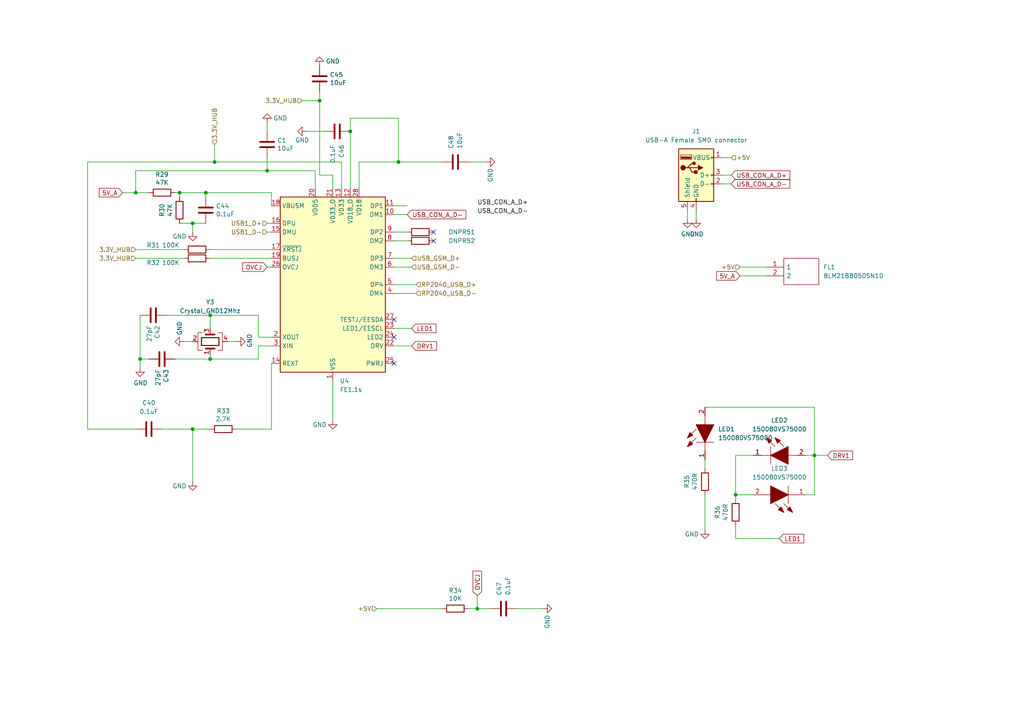
<source format=kicad_sch>
(kicad_sch (version 20231120) (generator "eeschema") (generator_version "8.0")
  (paper "A4")
  (title_block (company "SmartEQ Information Technologies"))
  (lib_symbols
    (symbol "150080VS75000:150080VS75000" (pin_names (offset 0.762))
      (property "Reference" "LED" (at 12.7 8.89 0))
      (property "Value" "150080VS75000" (at 12.7 6.35 0))
      (symbol "150080VS75000_0_0"
        (pin passive line (at 0 0 0) (length 2.54) (name "~") (number "1"))
        (pin passive line (at 15.24 0 180) (length 2.54) (name "~") (number "2"))
      )
      (symbol "150080VS75000_0_1"
        (polyline (pts (xy 2.54 0) (xy 5.08 0)) (stroke (width 0.1524)))
        (polyline (pts (xy 5.08 2.54) (xy 5.08 -2.54)) (stroke (width 0.1524)))
        (polyline (pts (xy 6.35 2.54) (xy 3.81 5.08)) (stroke (width 0.1524)))
        (polyline (pts (xy 8.89 2.54) (xy 6.35 5.08)) (stroke (width 0.1524)))
        (polyline (pts (xy 10.16 0) (xy 12.7 0)) (stroke (width 0.1524)))
        (polyline (pts (xy 5.08 0) (xy 10.16 2.54) (xy 10.16 -2.54) (xy 5.08 0)) (stroke (width 0.254)) (fill (type outline)))
        (polyline (pts (xy 5.334 4.318) (xy 4.572 3.556) (xy 3.81 5.08) (xy 5.334 4.318)) (stroke (width 0.254)) (fill (type outline)))
        (polyline (pts (xy 7.874 4.318) (xy 7.112 3.556) (xy 6.35 5.08) (xy 7.874 4.318)) (stroke (width 0.254)) (fill (type outline)))
      )
    )
    (symbol "BLM21BB050SN1D:BLM21BB050SN1D" (pin_names (offset 0.762))
      (property "Reference" "FL" (at 16.51 7.62 0))
      (property "Value" "BLM21BB050SN1D" (at 16.51 5.08 0))
      (symbol "BLM21BB050SN1D_0_0"
        (pin passive line (at 0 0 0) (length 5.08) (name "1") (number "1"))
        (pin passive line (at 0 -2.54 0) (length 5.08) (name "2") (number "2"))
      )
      (symbol "BLM21BB050SN1D_0_1"
        (polyline (pts (xy 5.08 2.54) (xy 15.24 2.54) (xy 15.24 -5.08) (xy 5.08 -5.08) (xy 5.08 2.54)) (stroke (width 0.1524)))
      )
    )
    (symbol "Connector:USB_A" (pin_names (offset 1.016))
      (property "Reference" "J" (at -5.08 11.43 0))
      (property "Value" "USB_A" (at -5.08 8.89 0))
      (symbol "USB_A_0_1"
        (rectangle (start -5.08 -7.62) (end 5.08 7.62) (stroke (width 0.254)) (fill (type background)))
        (circle (center -3.81 2.159) (radius 0.635) (stroke (width 0.254)) (fill (type outline)))
        (rectangle (start -1.524 4.826) (end -4.318 5.334) (fill (type outline)))
        (rectangle (start -1.27 4.572) (end -4.572 5.842))
        (circle (center -0.635 3.429) (radius 0.381) (stroke (width 0.254)) (fill (type outline)))
        (rectangle (start -0.127 -7.62) (end 0.127 -6.858))
        (polyline (pts (xy -3.175 2.159) (xy -2.54 2.159) (xy -1.27 3.429) (xy -0.635 3.429)) (stroke (width 0.254)))
        (polyline (pts (xy -2.54 2.159) (xy -1.905 2.159) (xy -1.27 0.889) (xy 0 0.889)) (stroke (width 0.254)))
        (polyline (pts (xy 0.635 2.794) (xy 0.635 1.524) (xy 1.905 2.159) (xy 0.635 2.794)) (stroke (width 0.254)) (fill (type outline)))
        (rectangle (start 0.254 1.27) (end -0.508 0.508) (stroke (width 0.254)) (fill (type outline)))
        (rectangle (start 5.08 -2.667) (end 4.318 -2.413))
        (rectangle (start 5.08 -0.127) (end 4.318 0.127))
        (rectangle (start 5.08 4.953) (end 4.318 5.207))
      )
      (symbol "USB_A_1_1"
        (polyline (pts (xy -1.905 2.159) (xy 0.635 2.159)) (stroke (width 0.254)))
        (pin power_in line (at 7.62 5.08 180) (length 2.54) (name "VBUS") (number "1"))
        (pin bidirectional line (at 7.62 -2.54 180) (length 2.54) (name "D-") (number "2"))
        (pin bidirectional line (at 7.62 0 180) (length 2.54) (name "D+") (number "3"))
        (pin power_in line (at 0 -10.16 90) (length 2.54) (name "GND") (number "4"))
        (pin passive line (at -2.54 -10.16 90) (length 2.54) (name "Shield") (number "5"))
      )
    )
    (symbol "Device:C" (pin_numbers hide) (pin_names (offset 0.254))
      (property "Reference" "C" (at 0.635 2.54 0))
      (property "Value" "C" (at 0.635 -2.54 0))
      (symbol "C_0_1"
        (polyline (pts (xy -2.032 -0.762) (xy 2.032 -0.762)) (stroke (width 0.508)))
        (polyline (pts (xy -2.032 0.762) (xy 2.032 0.762)) (stroke (width 0.508)))
      )
      (symbol "C_1_1"
        (pin passive line (at 0 3.81 270) (length 2.794) (name "~") (number "1"))
        (pin passive line (at 0 -3.81 90) (length 2.794) (name "~") (number "2"))
      )
    )
    (symbol "Device:Crystal_GND24" (pin_names (offset 1.016) hide)
      (property "Reference" "Y" (at 3.175 5.08 0))
      (property "Value" "Crystal_GND24" (at 3.175 3.175 0))
      (symbol "Crystal_GND24_0_1"
        (rectangle (start -1.143 2.54) (end 1.143 -2.54) (stroke (width 0.3048)))
        (polyline (pts (xy -2.54 0) (xy -2.032 0)))
        (polyline (pts (xy -2.032 -1.27) (xy -2.032 1.27)) (stroke (width 0.508)))
        (polyline (pts (xy 0 -3.81) (xy 0 -3.556)))
        (polyline (pts (xy 0 3.556) (xy 0 3.81)))
        (polyline (pts (xy 2.032 -1.27) (xy 2.032 1.27)) (stroke (width 0.508)))
        (polyline (pts (xy 2.032 0) (xy 2.54 0)))
        (polyline (pts (xy -2.54 -2.286) (xy -2.54 -3.556) (xy 2.54 -3.556) (xy 2.54 -2.286)))
        (polyline (pts (xy -2.54 2.286) (xy -2.54 3.556) (xy 2.54 3.556) (xy 2.54 2.286)))
      )
      (symbol "Crystal_GND24_1_1"
        (pin passive line (at -3.81 0 0) (length 1.27) (name "1") (number "1"))
        (pin passive line (at 0 5.08 270) (length 1.27) (name "2") (number "2"))
        (pin passive line (at 3.81 0 180) (length 1.27) (name "3") (number "3"))
        (pin passive line (at 0 -5.08 90) (length 1.27) (name "4") (number "4"))
      )
    )
    (symbol "Device:R" (pin_numbers hide) (pin_names (offset 0))
      (property "Reference" "R" (at 2.032 0 90))
      (property "Value" "R" (at 0 0 90))
      (symbol "R_0_1"
        (rectangle (start -1.016 -2.54) (end 1.016 2.54) (stroke (width 0.254)))
      )
      (symbol "R_1_1"
        (pin passive line (at 0 3.81 270) (length 1.27) (name "~") (number "1"))
        (pin passive line (at 0 -3.81 90) (length 1.27) (name "~") (number "2"))
      )
    )
    (symbol "Interface_USB:FE1.1s"
      (property "Reference" "U" (at -11.43 26.67 0))
      (property "Value" "FE1.1s" (at 12.7 27.94 0))
      (symbol "FE1.1s_0_1"
        (rectangle (start -15.24 25.4) (end 15.24 -25.4) (stroke (width 0.254)) (fill (type background)))
      )
      (symbol "FE1.1s_1_1"
        (pin power_in line (at 0 -27.94 90) (length 2.54) (name "VSS") (number "1"))
        (pin bidirectional line (at 17.78 20.32 180) (length 2.54) (name "DM1") (number "10"))
        (pin bidirectional line (at 17.78 22.86 180) (length 2.54) (name "DP1") (number "11"))
        (pin power_out line (at 5.08 27.94 270) (length 2.54) (name "VD18_O") (number "12"))
        (pin power_in line (at 2.54 27.94 270) (length 2.54) (name "VD33") (number "13"))
        (pin passive line (at -17.78 -22.86 0) (length 2.54) (name "REXT") (number "14"))
        (pin bidirectional line (at -17.78 15.24 0) (length 2.54) (name "DMU") (number "15"))
        (pin bidirectional line (at -17.78 17.78 0) (length 2.54) (name "DPU") (number "16"))
        (pin input line (at -17.78 10.16 0) (length 2.54) (name "~{XRSTJ}") (number "17"))
        (pin input line (at -17.78 22.86 0) (length 2.54) (name "VBUSM") (number "18"))
        (pin input line (at -17.78 7.62 0) (length 2.54) (name "BUSJ") (number "19"))
        (pin output line (at -17.78 -15.24 0) (length 2.54) (name "XOUT") (number "2"))
        (pin power_in line (at -5.08 27.94 270) (length 2.54) (name "VDD5") (number "20"))
        (pin power_out line (at 0 27.94 270) (length 2.54) (name "VD33_O") (number "21"))
        (pin bidirectional line (at 17.78 -17.78 180) (length 2.54) (name "DRV") (number "22"))
        (pin bidirectional line (at 17.78 -12.7 180) (length 2.54) (name "LED1/EESCL") (number "23"))
        (pin bidirectional line (at 17.78 -15.24 180) (length 2.54) (name "LED2") (number "24"))
        (pin output line (at 17.78 -22.86 180) (length 2.54) (name "PWRJ") (number "25"))
        (pin input line (at -17.78 5.08 0) (length 2.54) (name "OVCJ") (number "26"))
        (pin bidirectional line (at 17.78 -10.16 180) (length 2.54) (name "TESTJ/EESDA") (number "27"))
        (pin power_in line (at 7.62 27.94 270) (length 2.54) (name "VD18") (number "28"))
        (pin input line (at -17.78 -17.78 0) (length 2.54) (name "XIN") (number "3"))
        (pin bidirectional line (at 17.78 -2.54 180) (length 2.54) (name "DM4") (number "4"))
        (pin bidirectional line (at 17.78 0 180) (length 2.54) (name "DP4") (number "5"))
        (pin bidirectional line (at 17.78 5.08 180) (length 2.54) (name "DM3") (number "6"))
        (pin bidirectional line (at 17.78 7.62 180) (length 2.54) (name "DP3") (number "7"))
        (pin bidirectional line (at 17.78 12.7 180) (length 2.54) (name "DM2") (number "8"))
        (pin bidirectional line (at 17.78 15.24 180) (length 2.54) (name "DP2") (number "9"))
      )
    )
    (symbol "power:GND" (power) (pin_names (offset 0))
      (property "Value" "GND" (at 0 -3.81 0))
      (symbol "GND_0_1"
        (polyline (pts (xy 0 0) (xy 0 -1.27) (xy 1.27 -1.27) (xy 0 -2.54) (xy -1.27 -1.27) (xy 0 -1.27)))
      )
      (symbol "GND_1_1"
        (pin power_in line (at 0 0 270) (length 0) hide (name "GND") (number "1"))
      )
    )
  )
  (junction (at 213.36 143.51))
  (junction (at 55.88 64.77))
  (junction (at 236.22 132.08))
  (junction (at 40.64 104.14))
  (junction (at 115.57 46.99))
  (junction (at 55.88 124.46))
  (junction (at 77.47 49.53))
  (junction (at 138.43 176.53))
  (junction (at 60.96 104.14))
  (junction (at 101.6 38.1))
  (junction (at 52.07 55.88))
  (junction (at 60.96 91.44))
  (junction (at 62.23 46.99))
  (junction (at 39.37 55.88))
  (junction (at 59.69 55.88))
  (junction (at 92.71 29.21))
  (no_connect (at 125.73 69.85))
  (no_connect (at 125.73 67.31))
  (no_connect (at 114.3 97.79))
  (no_connect (at 114.3 105.41))
  (no_connect (at 114.3 92.71))
  (wire (pts (xy 60.96 91.44) (xy 60.96 95.25)))
  (wire (pts (xy 39.37 74.93) (xy 53.34 74.93)))
  (wire (pts (xy 78.74 100.33) (xy 74.93 100.33)))
  (wire (pts (xy 101.6 34.29) (xy 101.6 38.1)))
  (wire (pts (xy 115.57 46.99) (xy 128.27 46.99)))
  (wire (pts (xy 115.57 46.99) (xy 104.14 46.99)))
  (wire (pts (xy 78.74 55.88) (xy 78.74 59.69)))
  (wire (pts (xy 77.47 49.53) (xy 39.37 49.53)))
  (wire (pts (xy 114.3 85.09) (xy 120.65 85.09)))
  (wire (pts (xy 74.93 100.33) (xy 74.93 104.14)))
  (wire (pts (xy 60.96 72.39) (xy 78.74 72.39)))
  (wire (pts (xy 39.37 124.46) (xy 25.4 124.46)))
  (wire (pts (xy 77.47 45.72) (xy 77.47 49.53)))
  (wire (pts (xy 39.37 55.88) (xy 43.18 55.88)))
  (wire (pts (xy 204.47 133.35) (xy 204.47 135.89)))
  (wire (pts (xy 109.22 176.53) (xy 128.27 176.53)))
  (wire (pts (xy 78.74 97.79) (xy 74.93 97.79)))
  (wire (pts (xy 213.36 132.08) (xy 213.36 143.51)))
  (wire (pts (xy 40.64 91.44) (xy 40.64 104.14)))
  (wire (pts (xy 118.11 67.31) (xy 114.3 67.31)))
  (wire (pts (xy 55.88 64.77) (xy 59.69 64.77)))
  (wire (pts (xy 213.36 143.51) (xy 218.44 143.51)))
  (wire (pts (xy 214.63 77.47) (xy 222.25 77.47)))
  (wire (pts (xy 77.47 64.77) (xy 78.74 64.77)))
  (wire (pts (xy 96.52 50.8) (xy 92.71 50.8)))
  (wire (pts (xy 96.52 54.61) (xy 96.52 50.8)))
  (wire (pts (xy 35.56 55.88) (xy 39.37 55.88)))
  (wire (pts (xy 59.69 55.88) (xy 59.69 57.15)))
  (wire (pts (xy 119.38 95.25) (xy 114.3 95.25)))
  (wire (pts (xy 213.36 143.51) (xy 213.36 144.78)))
  (wire (pts (xy 43.18 104.14) (xy 40.64 104.14)))
  (wire (pts (xy 62.23 46.99) (xy 99.06 46.99)))
  (wire (pts (xy 213.36 132.08) (xy 218.44 132.08)))
  (wire (pts (xy 118.11 69.85) (xy 114.3 69.85)))
  (wire (pts (xy 50.8 104.14) (xy 60.96 104.14)))
  (wire (pts (xy 96.52 110.49) (xy 96.52 121.92)))
  (wire (pts (xy 214.63 80.01) (xy 222.25 80.01)))
  (wire (pts (xy 101.6 34.29) (xy 115.57 34.29)))
  (wire (pts (xy 119.38 100.33) (xy 114.3 100.33)))
  (wire (pts (xy 236.22 118.11) (xy 236.22 132.08)))
  (wire (pts (xy 39.37 49.53) (xy 39.37 55.88)))
  (wire (pts (xy 60.96 124.46) (xy 55.88 124.46)))
  (wire (pts (xy 87.63 29.21) (xy 92.71 29.21)))
  (wire (pts (xy 119.38 77.47) (xy 114.3 77.47)))
  (wire (pts (xy 74.93 91.44) (xy 60.96 91.44)))
  (wire (pts (xy 78.74 124.46) (xy 68.58 124.46)))
  (wire (pts (xy 201.93 63.5) (xy 201.93 60.96)))
  (wire (pts (xy 236.22 132.08) (xy 240.03 132.08)))
  (wire (pts (xy 204.47 153.67) (xy 204.47 143.51)))
  (wire (pts (xy 104.14 46.99) (xy 104.14 54.61)))
  (wire (pts (xy 62.23 41.91) (xy 62.23 46.99)))
  (wire (pts (xy 52.07 64.77) (xy 55.88 64.77)))
  (wire (pts (xy 39.37 72.39) (xy 53.34 72.39)))
  (wire (pts (xy 91.44 49.53) (xy 77.47 49.53)))
  (wire (pts (xy 77.47 35.56) (xy 77.47 38.1)))
  (wire (pts (xy 236.22 143.51) (xy 233.68 143.51)))
  (wire (pts (xy 88.9 38.1) (xy 93.98 38.1)))
  (wire (pts (xy 74.93 104.14) (xy 60.96 104.14)))
  (wire (pts (xy 212.09 53.34) (xy 209.55 53.34)))
  (wire (pts (xy 204.47 118.11) (xy 236.22 118.11)))
  (wire (pts (xy 25.4 46.99) (xy 62.23 46.99)))
  (wire (pts (xy 115.57 34.29) (xy 115.57 46.99)))
  (wire (pts (xy 236.22 132.08) (xy 236.22 143.51)))
  (wire (pts (xy 118.11 59.69) (xy 114.3 59.69)))
  (wire (pts (xy 59.69 55.88) (xy 78.74 55.88)))
  (wire (pts (xy 101.6 38.1) (xy 101.6 54.61)))
  (wire (pts (xy 52.07 55.88) (xy 52.07 57.15)))
  (wire (pts (xy 157.48 176.53) (xy 149.86 176.53)))
  (wire (pts (xy 40.64 104.14) (xy 40.64 106.68)))
  (wire (pts (xy 60.96 74.93) (xy 78.74 74.93)))
  (wire (pts (xy 99.06 46.99) (xy 99.06 54.61)))
  (wire (pts (xy 233.68 132.08) (xy 236.22 132.08)))
  (wire (pts (xy 55.88 124.46) (xy 46.99 124.46)))
  (wire (pts (xy 52.07 55.88) (xy 59.69 55.88)))
  (wire (pts (xy 119.38 74.93) (xy 114.3 74.93)))
  (wire (pts (xy 226.06 156.21) (xy 213.36 156.21)))
  (wire (pts (xy 140.97 46.99) (xy 135.89 46.99)))
  (wire (pts (xy 118.11 62.23) (xy 114.3 62.23)))
  (wire (pts (xy 114.3 82.55) (xy 120.65 82.55)))
  (wire (pts (xy 55.88 139.7) (xy 55.88 124.46)))
  (wire (pts (xy 60.96 104.14) (xy 60.96 102.87)))
  (wire (pts (xy 92.71 29.21) (xy 92.71 26.67)))
  (wire (pts (xy 68.58 99.06) (xy 66.04 99.06)))
  (wire (pts (xy 138.43 176.53) (xy 142.24 176.53)))
  (wire (pts (xy 55.88 64.77) (xy 55.88 67.31)))
  (wire (pts (xy 48.26 91.44) (xy 60.96 91.44)))
  (wire (pts (xy 78.74 105.41) (xy 78.74 124.46)))
  (wire (pts (xy 50.8 55.88) (xy 52.07 55.88)))
  (wire (pts (xy 53.34 99.06) (xy 55.88 99.06)))
  (wire (pts (xy 77.47 77.47) (xy 78.74 77.47)))
  (wire (pts (xy 91.44 54.61) (xy 91.44 49.53)))
  (wire (pts (xy 212.09 45.72) (xy 209.55 45.72)))
  (wire (pts (xy 77.47 67.31) (xy 78.74 67.31)))
  (wire (pts (xy 213.36 156.21) (xy 213.36 152.4)))
  (wire (pts (xy 199.39 63.5) (xy 199.39 60.96)))
  (wire (pts (xy 135.89 176.53) (xy 138.43 176.53)))
  (wire (pts (xy 92.71 29.21) (xy 92.71 50.8)))
  (wire (pts (xy 74.93 97.79) (xy 74.93 91.44)))
  (wire (pts (xy 138.43 172.72) (xy 138.43 176.53)))
  (wire (pts (xy 212.09 50.8) (xy 209.55 50.8)))
  (wire (pts (xy 25.4 124.46) (xy 25.4 46.99)))
  (label "USB_CON_A_D-" (at 138.43 62.23 0))
  (label "USB_CON_A_D+" (at 138.43 59.69 0))
  (global_label "OVCJ" (shape input) (at 77.47 77.47 180) (property "Intersheetrefs" "${INTERSHEET_REFS}" (effects (hide yes))))
  (global_label "LED1" (shape input) (at 226.06 156.21 0) (property "Intersheetrefs" "${INTERSHEET_REFS}" (effects (hide yes))))
  (global_label "USB_CON_A_D-" (shape input) (at 212.09 53.34 0) (property "Intersheetrefs" "${INTERSHEET_REFS}" (effects (hide yes))))
  (global_label "5V_A" (shape input) (at 214.63 80.01 180) (property "Intersheetrefs" "${INTERSHEET_REFS}" (effects (hide yes))))
  (global_label "LED1" (shape input) (at 119.38 95.25 0) (property "Intersheetrefs" "${INTERSHEET_REFS}" (effects (hide yes))))
  (global_label "5V_A" (shape input) (at 35.56 55.88 180) (property "Intersheetrefs" "${INTERSHEET_REFS}" (effects (hide yes))))
  (global_label "DRV1" (shape input) (at 240.03 132.08 0) (property "Intersheetrefs" "${INTERSHEET_REFS}" (effects (hide yes))))
  (global_label "USB_CON_A_D-" (shape input) (at 118.11 62.23 0) (property "Intersheetrefs" "${INTERSHEET_REFS}" (effects (hide yes))))
  (global_label "OVCJ" (shape input) (at 138.43 172.72 90) (property "Intersheetrefs" "${INTERSHEET_REFS}" (effects (hide yes))))
  (global_label "USB_CON_A_D+" (shape input) (at 212.09 50.8 0) (property "Intersheetrefs" "${INTERSHEET_REFS}" (effects (hide yes))))
  (global_label "DRV1" (shape input) (at 119.38 100.33 0) (property "Intersheetrefs" "${INTERSHEET_REFS}" (effects (hide yes))))
  (hierarchical_label "3.3V_HUB" (shape input) (at 62.23 41.91 90))
  (hierarchical_label "3.3V_HUB" (shape input) (at 87.63 29.21 180))
  (hierarchical_label "USB1_D+" (shape input) (at 77.47 64.77 180))
  (hierarchical_label "USB1_D-" (shape input) (at 77.47 67.31 180))
  (hierarchical_label "USB_GSM_D+" (shape input) (at 119.38 74.93 0))
  (hierarchical_label "+5V" (shape input) (at 109.22 176.53 180))
  (hierarchical_label "3.3V_HUB" (shape input) (at 39.37 74.93 180))
  (hierarchical_label "USB_GSM_D-" (shape input) (at 119.38 77.47 0))
  (hierarchical_label "+5V" (shape input) (at 214.63 77.47 180))
  (hierarchical_label "3.3V_HUB" (shape input) (at 39.37 72.39 180))
  (hierarchical_label "+5V" (shape input) (at 212.09 45.72 0))
  (hierarchical_label "RP2040_USB_D+" (shape input) (at 120.65 82.55 0))
  (hierarchical_label "RP2040_USB_D-" (shape input) (at 120.65 85.09 0))
  (symbol (lib_id "Device:R") (at 213.36 148.59 0) (unit 1)
    (property "Reference" "R36" (at 208.1022 148.59 90))
    (property "Value" "470R" (at 210.4136 148.59 90))
    (property "Footprint" "Resistor_SMD:R_0603_1608Metric" (effects (hide yes)))
  )
  (symbol (lib_id "Device:R") (at 57.15 72.39 270) (unit 1)
    (property "Reference" "R31" (at 44.45 71.12 90))
    (property "Value" "100K" (at 49.53 71.12 90))
    (property "Footprint" "Resistor_SMD:R_0603_1608Metric" (effects (hide yes)))
  )
  (symbol (lib_id "Device:R") (at 132.08 176.53 270) (unit 1)
    (property "Reference" "R34" (at 132.08 171.2722 90))
    (property "Value" "10K" (at 132.08 173.5836 90))
    (property "Footprint" "Resistor_SMD:R_0603_1608Metric" (effects (hide yes)))
  )
  (symbol (lib_id "power:GND") (at 53.34 99.06 270) (unit 1)
    (property "Reference" "#PWR0158" (effects (hide yes)))
    (property "Value" "GND" (at 52.07 95.25 0))
  )
  (symbol (lib_id "Device:Crystal_GND24") (at 60.96 99.06 90) (unit 1)
    (property "Reference" "Y3" (at 60.96 87.63 90))
    (property "Value" "Crystal_GND12Mhz" (at 60.96 90.17 90))
    (property "Footprint" "Crystal:Crystal_SMD_3225-4Pin_3.2x2.5mm" (effects (hide yes)))
  )
  (symbol (lib_id "Device:R") (at 121.92 69.85 270) (unit 1)
    (property "Reference" "R52" (at 135.89 69.85 90))
    (property "Value" "DNP" (at 132.08 69.85 90))
    (property "Footprint" "Resistor_SMD:R_0603_1608Metric" (effects (hide yes)))
  )
  (symbol (lib_id "Device:C") (at 132.08 46.99 90) (unit 1)
    (property "Reference" "C48" (at 130.8099 43.18 0) (effects (justify left)))
    (property "Value" "10uF" (at 133.3499 43.18 0) (effects (justify left)))
    (property "Footprint" "Capacitor_SMD:C_0603_1608Metric" (effects (hide yes)))
  )
  (symbol (lib_id "power:GND") (at 77.47 35.56 180) (unit 1)
    (property "Reference" "#PWR0107" (effects (hide yes)))
    (property "Value" "GND" (at 81.28 34.29 0))
  )
  (symbol (lib_id "Device:C") (at 46.99 104.14 270) (unit 1)
    (property "Reference" "C43" (at 48.1584 107.061 0) (effects (justify left)))
    (property "Value" "27pF" (at 45.847 107.061 0) (effects (justify left)))
    (property "Footprint" "Capacitor_SMD:C_0402_1005Metric" (effects (hide yes)))
  )
  (symbol (lib_id "Device:C") (at 92.71 22.86 0) (unit 1)
    (property "Reference" "C45" (at 95.631 21.6916 0) (effects (justify left)))
    (property "Value" "10uF" (at 95.631 24.003 0) (effects (justify left)))
    (property "Footprint" "Capacitor_SMD:C_0402_1005Metric" (effects (hide yes)))
  )
  (symbol (lib_id "Device:C") (at 97.79 38.1 270) (unit 1)
    (property "Reference" "C46" (at 99.0601 41.91 0) (effects (justify left)))
    (property "Value" "0.1uF" (at 96.5201 41.91 0) (effects (justify left)))
    (property "Footprint" "Capacitor_SMD:C_0603_1608Metric" (effects (hide yes)))
  )
  (symbol (lib_id "Device:C") (at 59.69 60.96 0) (unit 1)
    (property "Reference" "C44" (at 62.611 59.7916 0) (effects (justify left)))
    (property "Value" "0.1uF" (at 62.611 62.103 0) (effects (justify left)))
    (property "Footprint" "Capacitor_SMD:C_0402_1005Metric" (effects (hide yes)))
  )
  (symbol (lib_id "power:GND") (at 201.93 63.5 0) (unit 1)
    (property "Reference" "#PWR0101" (effects (hide yes)))
    (property "Value" "GND" (at 202.057 67.8942 0))
  )
  (symbol (lib_id "Device:C") (at 43.18 124.46 90) (unit 1)
    (property "Reference" "C40" (at 43.18 116.84 90))
    (property "Value" "0.1uF" (at 43.18 119.38 90))
    (property "Footprint" "Capacitor_SMD:C_0603_1608Metric" (effects (hide yes)))
  )
  (symbol (lib_id "Device:R") (at 64.77 124.46 270) (unit 1)
    (property "Reference" "R33" (at 64.77 119.2022 90))
    (property "Value" "2.7K" (at 64.77 121.5136 90))
    (property "Footprint" "Resistor_SMD:R_0603_1608Metric" (effects (hide yes)))
  )
  (symbol (lib_id "Device:C") (at 77.47 41.91 0) (unit 1)
    (property "Reference" "C1" (at 80.391 40.7416 0) (effects (justify left)))
    (property "Value" "10uF" (at 80.391 43.053 0) (effects (justify left)))
    (property "Footprint" "Capacitor_SMD:C_0402_1005Metric" (effects (hide yes)))
  )
  (symbol (lib_id "power:GND") (at 199.39 63.5 0) (unit 1)
    (property "Reference" "#PWR0102" (effects (hide yes)))
    (property "Value" "GND" (at 199.517 67.8942 0))
  )
  (symbol (lib_id "power:GND") (at 140.97 46.99 90) (unit 1)
    (property "Reference" "#PWR0147" (effects (hide yes)))
    (property "Value" "GND" (at 142.24 50.8 0))
  )
  (symbol (lib_id "150080VS75000:150080VS75000") (at 204.47 133.35 90) (unit 1)
    (property "Reference" "LED1" (at 208.28 124.4599 90) (effects (justify right)))
    (property "Value" "150080VS75000" (at 208.28 126.9999 90) (effects (justify right)))
    (property "Footprint" "150080VS75000:LEDC2012X80N" (effects (hide yes)))
    (property "Datasheet" "http://katalog.we-online.com/led/datasheet/150080VS75000.pdf" (effects (hide yes)))
    (property "Description" "Wurth Elektronik WL-SMCW 570 nm Green LED, 2012 (0805) Clear SMD package" (effects (hide yes)))
    (property "Height" "0.8" (effects (hide yes)))
    (property "Manufacturer_Name" "Wurth Elektronik" (effects (hide yes)))
    (property "Manufacturer_Part_Number" "150080VS75000" (effects (hide yes)))
    (property "Mouser Part Number" "710-150080VS75000" (effects (hide yes)))
    (property "Mouser Price/Stock" "https://www.mouser.co.uk/ProductDetail/Wurth-Elektronik/150080VS75000?qs=LlUlMxKIyB0tGHJmO6%252B0ug%3D%3D" (effects (hide yes)))
  )
  (symbol (lib_id "power:GND") (at 157.48 176.53 90) (unit 1)
    (property "Reference" "#PWR0144" (effects (hide yes)))
    (property "Value" "GND" (at 158.75 180.34 0))
  )
  (symbol (lib_id "Device:R") (at 52.07 60.96 0) (unit 1)
    (property "Reference" "R30" (at 46.99 60.96 90))
    (property "Value" "47K" (at 49.3014 60.96 90))
    (property "Footprint" "Resistor_SMD:R_0603_1608Metric" (effects (hide yes)))
  )
  (symbol (lib_id "Connector:USB_A") (at 201.93 50.8 0) (unit 1)
    (property "Reference" "J1" (at 201.93 38.1 0))
    (property "Value" "USB-A Female SMD connector" (at 201.93 40.64 0))
    (property "Footprint" "Connector_USB:USB_A_CNCTech_1001-011-01101_Horizontal" (effects (hide yes)))
    (property "Datasheet" " ~" (effects (hide yes)))
  )
  (symbol (lib_id "Device:R") (at 46.99 55.88 270) (unit 1)
    (property "Reference" "R29" (at 46.99 50.6222 90))
    (property "Value" "47K" (at 46.99 52.9336 90))
    (property "Footprint" "Resistor_SMD:R_0603_1608Metric" (effects (hide yes)))
  )
  (symbol (lib_id "Device:C") (at 44.45 91.44 270) (unit 1)
    (property "Reference" "C42" (at 45.6184 94.361 0) (effects (justify left)))
    (property "Value" "27pF" (at 43.307 94.361 0) (effects (justify left)))
    (property "Footprint" "Capacitor_SMD:C_0402_1005Metric" (effects (hide yes)))
  )
  (symbol (lib_id "150080VS75000:150080VS75000") (at 233.68 143.51 180) (unit 1)
    (property "Reference" "LED3" (at 226.06 135.89 0))
    (property "Value" "150080VS75000" (at 226.06 138.43 0))
    (property "Footprint" "150080VS75000:LEDC2012X80N" (effects (hide yes)))
    (property "Datasheet" "http://katalog.we-online.com/led/datasheet/150080VS75000.pdf" (effects (hide yes)))
    (property "Description" "Wurth Elektronik WL-SMCW 570 nm Green LED, 2012 (0805) Clear SMD package" (effects (hide yes)))
    (property "Height" "0.8" (effects (hide yes)))
    (property "Manufacturer_Name" "Wurth Elektronik" (effects (hide yes)))
    (property "Manufacturer_Part_Number" "150080VS75000" (effects (hide yes)))
    (property "Mouser Part Number" "710-150080VS75000" (effects (hide yes)))
    (property "Mouser Price/Stock" "https://www.mouser.co.uk/ProductDetail/Wurth-Elektronik/150080VS75000?qs=LlUlMxKIyB0tGHJmO6%252B0ug%3D%3D" (effects (hide yes)))
  )
  (symbol (lib_id "Interface_USB:FE1.1s") (at 96.52 82.55 0) (unit 1)
    (property "Reference" "U4" (at 98.5394 110.49 0) (effects (justify left)))
    (property "Value" "FE1.1s" (at 98.5394 113.03 0) (effects (justify left)))
    (property "Footprint" "Package_SO:SSOP-28_3.9x9.9mm_P0.635mm" (effects (hide yes)))
    (property "Datasheet" "https://cdn-shop.adafruit.com/product-files/2991/FE1.1s+Data+Sheet+(Rev.+1.0).pdf" (effects (hide yes)))
  )
  (symbol (lib_id "power:GND") (at 96.52 121.92 0) (unit 1)
    (property "Reference" "#PWR0118" (effects (hide yes)))
    (property "Value" "GND" (at 92.71 123.19 0))
  )
  (symbol (lib_id "power:GND") (at 204.47 153.67 0) (unit 1)
    (property "Reference" "#PWR0146" (effects (hide yes)))
    (property "Value" "GND" (at 200.66 154.94 0))
  )
  (symbol (lib_id "Device:R") (at 57.15 74.93 270) (unit 1)
    (property "Reference" "R32" (at 44.45 76.2 90))
    (property "Value" "100K" (at 49.53 76.2 90))
    (property "Footprint" "Resistor_SMD:R_0603_1608Metric" (effects (hide yes)))
  )
  (symbol (lib_id "BLM21BB050SN1D:BLM21BB050SN1D") (at 222.25 77.47 0) (unit 1)
    (property "Reference" "FL1" (at 238.76 77.4699 0) (effects (justify left)))
    (property "Value" "BLM21BB050SN1D" (at 238.76 80.0099 0) (effects (justify left)))
    (property "Footprint" "BLM21BB050SN1D:BLM21BB050SH1D" (effects (hide yes)))
    (property "Datasheet" "https://www.murata.com/en-us/products/productdetail?partno=BLM21BB050SN1%23" (effects (hide yes)))
    (property "Description" "BLM21_N1D Series EMI Suppression Filter 5+/-25% at 100MHz 1A @85" (effects (hide yes)))
    (property "Height" "1.05" (effects (hide yes)))
    (property "Manufacturer_Name" "Murata Electronics" (effects (hide yes)))
    (property "Manufacturer_Part_Number" "BLM21BB050SN1D" (effects (hide yes)))
    (property "Mouser Part Number" "81-BLM21B050S" (effects (hide yes)))
    (property "Mouser Price/Stock" "https://www.mouser.co.uk/ProductDetail/Murata-Electronics/BLM21BB050SN1D?qs=V9BdO3EfVKkDe3ie2a%2F9MA%3D%3D" (effects (hide yes)))
    (property "Arrow Part Number" "BLM21BB050SN1D" (effects (hide yes)))
    (property "Arrow Price/Stock" "https://www.arrow.com/en/products/blm21bb050sn1d/murata-manufacturing" (effects (hide yes)))
  )
  (symbol (lib_id "power:GND") (at 92.71 19.05 180) (unit 1)
    (property "Reference" "#PWR0156" (effects (hide yes)))
    (property "Value" "GND" (at 96.52 17.78 0))
  )
  (symbol (lib_id "power:GND") (at 55.88 67.31 0) (unit 1)
    (property "Reference" "#PWR0148" (effects (hide yes)))
    (property "Value" "GND" (at 52.07 68.58 0))
  )
  (symbol (lib_id "power:GND") (at 68.58 99.06 90) (unit 1)
    (property "Reference" "#PWR0159" (effects (hide yes)))
    (property "Value" "GND" (at 72.39 98.806 0))
  )
  (symbol (lib_id "150080VS75000:150080VS75000") (at 218.44 132.08 0) (unit 1)
    (property "Reference" "LED2" (at 226.06 121.92 0))
    (property "Value" "150080VS75000" (at 226.06 124.46 0))
    (property "Footprint" "150080VS75000:LEDC2012X80N" (effects (hide yes)))
    (property "Datasheet" "http://katalog.we-online.com/led/datasheet/150080VS75000.pdf" (effects (hide yes)))
    (property "Description" "Wurth Elektronik WL-SMCW 570 nm Green LED, 2012 (0805) Clear SMD package" (effects (hide yes)))
    (property "Height" "0.8" (effects (hide yes)))
    (property "Manufacturer_Name" "Wurth Elektronik" (effects (hide yes)))
    (property "Manufacturer_Part_Number" "150080VS75000" (effects (hide yes)))
    (property "Mouser Part Number" "710-150080VS75000" (effects (hide yes)))
    (property "Mouser Price/Stock" "https://www.mouser.co.uk/ProductDetail/Wurth-Elektronik/150080VS75000?qs=LlUlMxKIyB0tGHJmO6%252B0ug%3D%3D" (effects (hide yes)))
  )
  (symbol (lib_id "Device:R") (at 121.92 67.31 270) (unit 1)
    (property "Reference" "R51" (at 135.89 67.31 90))
    (property "Value" "DNP" (at 132.08 67.31 90))
    (property "Footprint" "Resistor_SMD:R_0603_1608Metric" (effects (hide yes)))
  )
  (symbol (lib_id "power:GND") (at 40.64 106.68 0) (unit 1)
    (property "Reference" "#PWR0157" (effects (hide yes)))
    (property "Value" "GND" (at 40.767 111.0742 0))
  )
  (symbol (lib_id "power:GND") (at 55.88 139.7 0) (unit 1)
    (property "Reference" "#PWR0149" (effects (hide yes)))
    (property "Value" "GND" (at 52.07 140.97 0))
  )
  (symbol (lib_id "Device:C") (at 146.05 176.53 90) (unit 1)
    (property "Reference" "C47" (at 144.7799 172.72 0) (effects (justify left)))
    (property "Value" "0.1uF" (at 147.3199 172.72 0) (effects (justify left)))
    (property "Footprint" "Capacitor_SMD:C_0603_1608Metric" (effects (hide yes)))
  )
  (symbol (lib_id "Device:R") (at 204.47 139.7 0) (unit 1)
    (property "Reference" "R35" (at 199.2122 139.7 90))
    (property "Value" "470R" (at 201.5236 139.7 90))
    (property "Footprint" "Resistor_SMD:R_0603_1608Metric" (effects (hide yes)))
  )
  (symbol (lib_id "power:GND") (at 88.9 38.1 270) (unit 1)
    (property "Reference" "#PWR0155" (effects (hide yes)))
    (property "Value" "GND" (at 87.63 40.64 90))
  )
)
</source>
